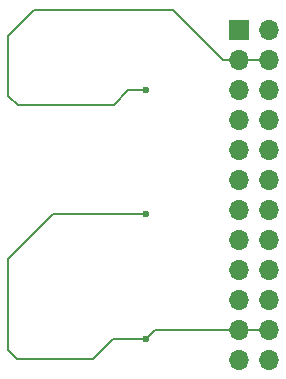
<source format=gbr>
%TF.GenerationSoftware,KiCad,Pcbnew,8.0.3-8.0.3-0~ubuntu23.10.1*%
%TF.CreationDate,2024-08-04T16:00:46-04:00*%
%TF.ProjectId,BandPassFilter,42616e64-5061-4737-9346-696c7465722e,rev?*%
%TF.SameCoordinates,Original*%
%TF.FileFunction,Copper,L2,Bot*%
%TF.FilePolarity,Positive*%
%FSLAX46Y46*%
G04 Gerber Fmt 4.6, Leading zero omitted, Abs format (unit mm)*
G04 Created by KiCad (PCBNEW 8.0.3-8.0.3-0~ubuntu23.10.1) date 2024-08-04 16:00:46*
%MOMM*%
%LPD*%
G01*
G04 APERTURE LIST*
%TA.AperFunction,ComponentPad*%
%ADD10R,1.700000X1.700000*%
%TD*%
%TA.AperFunction,ComponentPad*%
%ADD11O,1.700000X1.700000*%
%TD*%
%TA.AperFunction,ViaPad*%
%ADD12C,0.600000*%
%TD*%
%TA.AperFunction,Conductor*%
%ADD13C,0.200000*%
%TD*%
G04 APERTURE END LIST*
D10*
%TO.P,J1,1,Pin_1*%
%TO.N,/SDA{slash}A4*%
X142850000Y-126025000D03*
D11*
%TO.P,J1,2,Pin_2*%
%TO.N,/SCL{slash}A5*%
X145390000Y-126025000D03*
%TO.P,J1,3,Pin_3*%
%TO.N,GND*%
X142850000Y-128565000D03*
%TO.P,J1,4,Pin_4*%
X145390000Y-128565000D03*
%TO.P,J1,5,Pin_5*%
%TO.N,/IN0+*%
X142850000Y-131105000D03*
%TO.P,J1,6,Pin_6*%
%TO.N,/IN0-*%
X145390000Y-131105000D03*
%TO.P,J1,7,Pin_7*%
%TO.N,/IN1-*%
X142850000Y-133645000D03*
%TO.P,J1,8,Pin_8*%
%TO.N,/IN1+*%
X145390000Y-133645000D03*
%TO.P,J1,9,Pin_9*%
%TO.N,/IN2+*%
X142850000Y-136185000D03*
%TO.P,J1,10,Pin_10*%
%TO.N,/IN2-*%
X145390000Y-136185000D03*
%TO.P,J1,11,Pin_11*%
%TO.N,/IN3-*%
X142850000Y-138725000D03*
%TO.P,J1,12,Pin_12*%
%TO.N,/IN3+*%
X145390000Y-138725000D03*
%TO.P,J1,13,Pin_13*%
%TO.N,/IN4+*%
X142850000Y-141265000D03*
%TO.P,J1,14,Pin_14*%
%TO.N,/IN4-*%
X145390000Y-141265000D03*
%TO.P,J1,15,Pin_15*%
%TO.N,/IN5-*%
X142850000Y-143805000D03*
%TO.P,J1,16,Pin_16*%
%TO.N,/IN5+*%
X145390000Y-143805000D03*
%TO.P,J1,17,Pin_17*%
%TO.N,/IN6+*%
X142850000Y-146345000D03*
%TO.P,J1,18,Pin_18*%
%TO.N,/IN6-*%
X145390000Y-146345000D03*
%TO.P,J1,19,Pin_19*%
%TO.N,/IN7-*%
X142850000Y-148885000D03*
%TO.P,J1,20,Pin_20*%
%TO.N,/IN7+*%
X145390000Y-148885000D03*
%TO.P,J1,21,Pin_21*%
%TO.N,GND*%
X142850000Y-151425000D03*
%TO.P,J1,22,Pin_22*%
X145390000Y-151425000D03*
%TO.P,J1,23,Pin_23*%
%TO.N,/A0*%
X142850000Y-153965000D03*
%TO.P,J1,24,Pin_24*%
%TO.N,VIN*%
X145390000Y-153965000D03*
%TD*%
D12*
%TO.N,GND*%
X134920000Y-152170000D03*
X134920000Y-141610000D03*
X134930000Y-131150000D03*
%TD*%
D13*
%TO.N,GND*%
X142850000Y-128565000D02*
X141495000Y-128565000D01*
X141495000Y-128565000D02*
X137230000Y-124300000D01*
X137230000Y-124300000D02*
X125500000Y-124300000D01*
X125500000Y-124300000D02*
X123300000Y-126500000D01*
X123300000Y-126500000D02*
X123300000Y-131600000D01*
X123300000Y-131600000D02*
X124100000Y-132400000D01*
X124100000Y-132400000D02*
X132200000Y-132400000D01*
X132200000Y-132400000D02*
X133450000Y-131150000D01*
X133450000Y-131150000D02*
X134930000Y-131150000D01*
X134920000Y-141610000D02*
X127060000Y-141610000D01*
X123260000Y-153140000D02*
X124030000Y-153910000D01*
X127060000Y-141610000D02*
X123260000Y-145410000D01*
X132170000Y-152170000D02*
X134920000Y-152170000D01*
X123260000Y-145410000D02*
X123260000Y-153140000D01*
X124030000Y-153910000D02*
X130430000Y-153910000D01*
X130430000Y-153910000D02*
X132170000Y-152170000D01*
X145390000Y-128565000D02*
X142850000Y-128565000D01*
X145390000Y-151425000D02*
X142850000Y-151425000D01*
X135665000Y-151425000D02*
X142850000Y-151425000D01*
X134920000Y-152170000D02*
X135665000Y-151425000D01*
%TD*%
M02*

</source>
